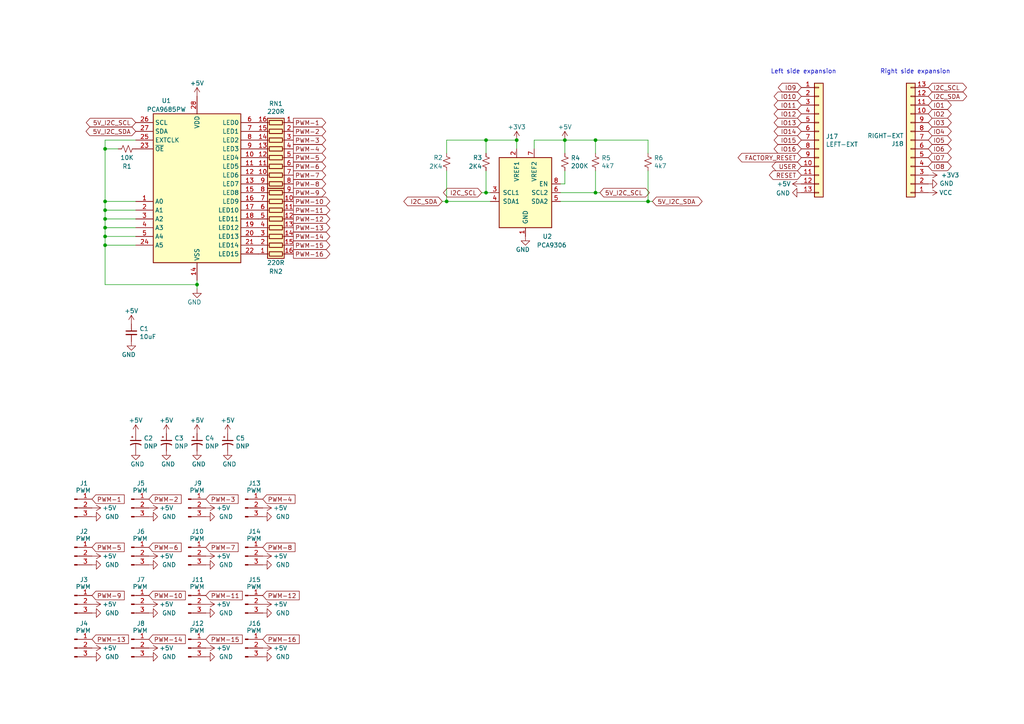
<source format=kicad_sch>
(kicad_sch (version 20211123) (generator eeschema)
  (paper "A4")
  (title_block (title "ESP32OlcbIO Servo Expansion Board") (date "2021-10-17") (rev "1.2"))
  (lib_symbols
    (symbol "Connector:Conn_01x03_Male" (pin_names (offset 1.016) hide)
      (property "Reference" "J" (at 0 5.08 0))
      (property "Value" "Conn_01x03_Male" (at 0 -5.08 0))
      (symbol "Conn_01x03_Male_1_1"
        (polyline (pts (xy 1.27 -2.54) (xy 0.8636 -2.54)) (stroke (width 0.1524)))
        (polyline (pts (xy 1.27 0) (xy 0.8636 0)) (stroke (width 0.1524)))
        (polyline (pts (xy 1.27 2.54) (xy 0.8636 2.54)) (stroke (width 0.1524)))
        (rectangle (start 0.8636 -2.413) (end 0 -2.667) (stroke (width 0.1524)) (fill (type outline)))
        (rectangle (start 0.8636 0.127) (end 0 -0.127) (stroke (width 0.1524)) (fill (type outline)))
        (rectangle (start 0.8636 2.667) (end 0 2.413) (stroke (width 0.1524)) (fill (type outline)))
        (pin passive line (at 5.08 2.54 180) (length 3.81) (name "Pin_1") (number "1"))
        (pin passive line (at 5.08 0 180) (length 3.81) (name "Pin_2") (number "2"))
        (pin passive line (at 5.08 -2.54 180) (length 3.81) (name "Pin_3") (number "3"))
      )
    )
    (symbol "Connector_Generic:Conn_01x13" (pin_names (offset 1.016) hide)
      (property "Reference" "J" (at 0 17.78 0))
      (property "Value" "Conn_01x13" (at 0 -17.78 0))
      (symbol "Conn_01x13_1_1"
        (rectangle (start -1.27 -15.113) (end 0 -15.367) (stroke (width 0.1524)))
        (rectangle (start -1.27 -12.573) (end 0 -12.827) (stroke (width 0.1524)))
        (rectangle (start -1.27 -10.033) (end 0 -10.287) (stroke (width 0.1524)))
        (rectangle (start -1.27 -7.493) (end 0 -7.747) (stroke (width 0.1524)))
        (rectangle (start -1.27 -4.953) (end 0 -5.207) (stroke (width 0.1524)))
        (rectangle (start -1.27 -2.413) (end 0 -2.667) (stroke (width 0.1524)))
        (rectangle (start -1.27 0.127) (end 0 -0.127) (stroke (width 0.1524)))
        (rectangle (start -1.27 2.667) (end 0 2.413) (stroke (width 0.1524)))
        (rectangle (start -1.27 5.207) (end 0 4.953) (stroke (width 0.1524)))
        (rectangle (start -1.27 7.747) (end 0 7.493) (stroke (width 0.1524)))
        (rectangle (start -1.27 10.287) (end 0 10.033) (stroke (width 0.1524)))
        (rectangle (start -1.27 12.827) (end 0 12.573) (stroke (width 0.1524)))
        (rectangle (start -1.27 15.367) (end 0 15.113) (stroke (width 0.1524)))
        (rectangle (start -1.27 16.51) (end 1.27 -16.51) (stroke (width 0.254)) (fill (type background)))
        (pin passive line (at -5.08 15.24 0) (length 3.81) (name "Pin_1") (number "1"))
        (pin passive line (at -5.08 -7.62 0) (length 3.81) (name "Pin_10") (number "10"))
        (pin passive line (at -5.08 -10.16 0) (length 3.81) (name "Pin_11") (number "11"))
        (pin passive line (at -5.08 -12.7 0) (length 3.81) (name "Pin_12") (number "12"))
        (pin passive line (at -5.08 -15.24 0) (length 3.81) (name "Pin_13") (number "13"))
        (pin passive line (at -5.08 12.7 0) (length 3.81) (name "Pin_2") (number "2"))
        (pin passive line (at -5.08 10.16 0) (length 3.81) (name "Pin_3") (number "3"))
        (pin passive line (at -5.08 7.62 0) (length 3.81) (name "Pin_4") (number "4"))
        (pin passive line (at -5.08 5.08 0) (length 3.81) (name "Pin_5") (number "5"))
        (pin passive line (at -5.08 2.54 0) (length 3.81) (name "Pin_6") (number "6"))
        (pin passive line (at -5.08 0 0) (length 3.81) (name "Pin_7") (number "7"))
        (pin passive line (at -5.08 -2.54 0) (length 3.81) (name "Pin_8") (number "8"))
        (pin passive line (at -5.08 -5.08 0) (length 3.81) (name "Pin_9") (number "9"))
      )
    )
    (symbol "Device:C_Polarized_Small_US" (pin_numbers hide) (pin_names (offset 0.254) hide)
      (property "Reference" "C" (at 0.254 1.778 0))
      (property "Value" "C_Polarized_Small_US" (at 0.254 -2.032 0))
      (symbol "C_Polarized_Small_US_0_1"
        (polyline (pts (xy -1.524 0.508) (xy 1.524 0.508)) (stroke (width 0.3048)))
        (polyline (pts (xy -1.27 1.524) (xy -0.762 1.524)))
        (polyline (pts (xy -1.016 1.27) (xy -1.016 1.778)))
        (arc (start 1.524 -0.762) (mid 0 -0.3734) (end -1.524 -0.762) (stroke (width 0.3048)))
      )
      (symbol "C_Polarized_Small_US_1_1"
        (pin passive line (at 0 2.54 270) (length 2.032) (name "~") (number "1"))
        (pin passive line (at 0 -2.54 90) (length 2.032) (name "~") (number "2"))
      )
    )
    (symbol "Device:C_Small" (pin_numbers hide) (pin_names (offset 0.254) hide)
      (property "Reference" "C" (at 0.254 1.778 0))
      (property "Value" "C_Small" (at 0.254 -2.032 0))
      (symbol "C_Small_0_1"
        (polyline (pts (xy -1.524 -0.508) (xy 1.524 -0.508)) (stroke (width 0.3302)))
        (polyline (pts (xy -1.524 0.508) (xy 1.524 0.508)) (stroke (width 0.3048)))
      )
      (symbol "C_Small_1_1"
        (pin passive line (at 0 2.54 270) (length 2.032) (name "~") (number "1"))
        (pin passive line (at 0 -2.54 90) (length 2.032) (name "~") (number "2"))
      )
    )
    (symbol "Device:R_Pack08" (pin_names (offset 0) hide)
      (property "Reference" "RN" (at -12.7 0 90))
      (property "Value" "R_Pack08" (at 10.16 0 90))
      (symbol "R_Pack08_0_1"
        (rectangle (start -11.43 -2.413) (end 8.89 2.413) (stroke (width 0.254)) (fill (type background)))
        (rectangle (start -10.795 1.905) (end -9.525 -1.905) (stroke (width 0.254)))
        (rectangle (start -8.255 1.905) (end -6.985 -1.905) (stroke (width 0.254)))
        (rectangle (start -5.715 1.905) (end -4.445 -1.905) (stroke (width 0.254)))
        (rectangle (start -3.175 1.905) (end -1.905 -1.905) (stroke (width 0.254)))
        (rectangle (start -0.635 1.905) (end 0.635 -1.905) (stroke (width 0.254)))
        (polyline (pts (xy -10.16 -2.54) (xy -10.16 -1.905)))
        (polyline (pts (xy -10.16 1.905) (xy -10.16 2.54)))
        (polyline (pts (xy -7.62 -2.54) (xy -7.62 -1.905)))
        (polyline (pts (xy -7.62 1.905) (xy -7.62 2.54)))
        (polyline (pts (xy -5.08 -2.54) (xy -5.08 -1.905)))
        (polyline (pts (xy -5.08 1.905) (xy -5.08 2.54)))
        (polyline (pts (xy -2.54 -2.54) (xy -2.54 -1.905)))
        (polyline (pts (xy -2.54 1.905) (xy -2.54 2.54)))
        (polyline (pts (xy 0 -2.54) (xy 0 -1.905)))
        (polyline (pts (xy 0 1.905) (xy 0 2.54)))
        (polyline (pts (xy 2.54 -2.54) (xy 2.54 -1.905)))
        (polyline (pts (xy 2.54 1.905) (xy 2.54 2.54)))
        (polyline (pts (xy 5.08 -2.54) (xy 5.08 -1.905)))
        (polyline (pts (xy 5.08 1.905) (xy 5.08 2.54)))
        (polyline (pts (xy 7.62 -2.54) (xy 7.62 -1.905)))
        (polyline (pts (xy 7.62 1.905) (xy 7.62 2.54)))
        (rectangle (start 1.905 1.905) (end 3.175 -1.905) (stroke (width 0.254)))
        (rectangle (start 4.445 1.905) (end 5.715 -1.905) (stroke (width 0.254)))
        (rectangle (start 6.985 1.905) (end 8.255 -1.905) (stroke (width 0.254)))
      )
      (symbol "R_Pack08_1_1"
        (pin passive line (at -10.16 -5.08 90) (length 2.54) (name "R1.1") (number "1"))
        (pin passive line (at 5.08 5.08 270) (length 2.54) (name "R7.2") (number "10"))
        (pin passive line (at 2.54 5.08 270) (length 2.54) (name "R6.2") (number "11"))
        (pin passive line (at 0 5.08 270) (length 2.54) (name "R5.2") (number "12"))
        (pin passive line (at -2.54 5.08 270) (length 2.54) (name "R4.2") (number "13"))
        (pin passive line (at -5.08 5.08 270) (length 2.54) (name "R3.2") (number "14"))
        (pin passive line (at -7.62 5.08 270) (length 2.54) (name "R2.2") (number "15"))
        (pin passive line (at -10.16 5.08 270) (length 2.54) (name "R1.2") (number "16"))
        (pin passive line (at -7.62 -5.08 90) (length 2.54) (name "R2.1") (number "2"))
        (pin passive line (at -5.08 -5.08 90) (length 2.54) (name "R3.1") (number "3"))
        (pin passive line (at -2.54 -5.08 90) (length 2.54) (name "R4.1") (number "4"))
        (pin passive line (at 0 -5.08 90) (length 2.54) (name "R5.1") (number "5"))
        (pin passive line (at 2.54 -5.08 90) (length 2.54) (name "R6.1") (number "6"))
        (pin passive line (at 5.08 -5.08 90) (length 2.54) (name "R7.1") (number "7"))
        (pin passive line (at 7.62 -5.08 90) (length 2.54) (name "R8.1") (number "8"))
        (pin passive line (at 7.62 5.08 270) (length 2.54) (name "R8.2") (number "9"))
      )
    )
    (symbol "Device:R_Small_US" (pin_numbers hide) (pin_names (offset 0.254) hide)
      (property "Reference" "R" (at 0.762 0.508 0))
      (property "Value" "R_Small_US" (at 0.762 -1.016 0))
      (symbol "R_Small_US_1_1"
        (polyline (pts (xy 0 0) (xy 1.016 -0.381) (xy 0 -0.762) (xy -1.016 -1.143) (xy 0 -1.524)))
        (polyline (pts (xy 0 1.524) (xy 1.016 1.143) (xy 0 0.762) (xy -1.016 0.381) (xy 0 0)))
        (pin passive line (at 0 2.54 270) (length 1.016) (name "~") (number "1"))
        (pin passive line (at 0 -2.54 90) (length 1.016) (name "~") (number "2"))
      )
    )
    (symbol "Driver_LED:PCA9685PW"
      (property "Reference" "U" (at -12.7 22.225 0))
      (property "Value" "PCA9685PW" (at 1.27 22.225 0))
      (symbol "PCA9685PW_0_1"
        (rectangle (start -12.7 20.32) (end 12.7 -22.86) (stroke (width 0.254)) (fill (type background)))
      )
      (symbol "PCA9685PW_1_1"
        (pin input line (at -17.78 -5.08 0) (length 5.08) (name "A0") (number "1"))
        (pin output line (at 17.78 7.62 180) (length 5.08) (name "LED4") (number "10"))
        (pin output line (at 17.78 5.08 180) (length 5.08) (name "LED5") (number "11"))
        (pin output line (at 17.78 2.54 180) (length 5.08) (name "LED6") (number "12"))
        (pin output line (at 17.78 0 180) (length 5.08) (name "LED7") (number "13"))
        (pin power_in line (at 0 -27.94 90) (length 5.08) (name "VSS") (number "14"))
        (pin output line (at 17.78 -2.54 180) (length 5.08) (name "LED8") (number "15"))
        (pin output line (at 17.78 -5.08 180) (length 5.08) (name "LED9") (number "16"))
        (pin output line (at 17.78 -7.62 180) (length 5.08) (name "LED10") (number "17"))
        (pin output line (at 17.78 -10.16 180) (length 5.08) (name "LED11") (number "18"))
        (pin output line (at 17.78 -12.7 180) (length 5.08) (name "LED12") (number "19"))
        (pin input line (at -17.78 -7.62 0) (length 5.08) (name "A1") (number "2"))
        (pin output line (at 17.78 -15.24 180) (length 5.08) (name "LED13") (number "20"))
        (pin output line (at 17.78 -17.78 180) (length 5.08) (name "LED14") (number "21"))
        (pin output line (at 17.78 -20.32 180) (length 5.08) (name "LED15") (number "22"))
        (pin input line (at -17.78 10.16 0) (length 5.08) (name "~{OE}") (number "23"))
        (pin input line (at -17.78 -17.78 0) (length 5.08) (name "A5") (number "24"))
        (pin input line (at -17.78 12.7 0) (length 5.08) (name "EXTCLK") (number "25"))
        (pin input line (at -17.78 17.78 0) (length 5.08) (name "SCL") (number "26"))
        (pin bidirectional line (at -17.78 15.24 0) (length 5.08) (name "SDA") (number "27"))
        (pin power_in line (at 0 25.4 270) (length 5.08) (name "VDD") (number "28"))
        (pin input line (at -17.78 -10.16 0) (length 5.08) (name "A2") (number "3"))
        (pin input line (at -17.78 -12.7 0) (length 5.08) (name "A3") (number "4"))
        (pin input line (at -17.78 -15.24 0) (length 5.08) (name "A4") (number "5"))
        (pin output line (at 17.78 17.78 180) (length 5.08) (name "LED0") (number "6"))
        (pin output line (at 17.78 15.24 180) (length 5.08) (name "LED1") (number "7"))
        (pin output line (at 17.78 12.7 180) (length 5.08) (name "LED2") (number "8"))
        (pin output line (at 17.78 10.16 180) (length 5.08) (name "LED3") (number "9"))
      )
    )
    (symbol "Interface:PCA9306" (pin_names (offset 1.016))
      (property "Reference" "U" (at -7.62 11.43 0))
      (property "Value" "PCA9306" (at 5.08 11.43 0))
      (symbol "PCA9306_0_1"
        (rectangle (start -7.62 10.16) (end 7.62 -10.16) (stroke (width 0.254)) (fill (type background)))
      )
      (symbol "PCA9306_1_1"
        (pin power_in line (at 0 -12.7 90) (length 2.54) (name "GND") (number "1"))
        (pin power_in line (at -2.54 12.7 270) (length 2.54) (name "VREF1") (number "2"))
        (pin bidirectional line (at -10.16 0 0) (length 2.54) (name "SCL1") (number "3"))
        (pin bidirectional line (at -10.16 -2.54 0) (length 2.54) (name "SDA1") (number "4"))
        (pin bidirectional line (at 10.16 -2.54 180) (length 2.54) (name "SDA2") (number "5"))
        (pin bidirectional line (at 10.16 0 180) (length 2.54) (name "SCL2") (number "6"))
        (pin power_in line (at 2.54 12.7 270) (length 2.54) (name "VREF2") (number "7"))
        (pin input line (at 10.16 2.54 180) (length 2.54) (name "EN") (number "8"))
      )
    )
    (symbol "power:+3V3" (power) (pin_names (offset 0))
      (property "Value" "+3V3" (at 0 3.556 0))
      (symbol "+3V3_0_1"
        (polyline (pts (xy -0.762 1.27) (xy 0 2.54)))
        (polyline (pts (xy 0 0) (xy 0 2.54)))
        (polyline (pts (xy 0 2.54) (xy 0.762 1.27)))
      )
      (symbol "+3V3_1_1"
        (pin power_in line (at 0 0 90) (length 0) hide (name "+3V3") (number "1"))
      )
    )
    (symbol "power:+5V" (power) (pin_names (offset 0))
      (property "Value" "+5V" (at 0 3.556 0))
      (symbol "+5V_0_1"
        (polyline (pts (xy -0.762 1.27) (xy 0 2.54)))
        (polyline (pts (xy 0 0) (xy 0 2.54)))
        (polyline (pts (xy 0 2.54) (xy 0.762 1.27)))
      )
      (symbol "+5V_1_1"
        (pin power_in line (at 0 0 90) (length 0) hide (name "+5V") (number "1"))
      )
    )
    (symbol "power:GND" (power) (pin_names (offset 0))
      (property "Value" "GND" (at 0 -3.81 0))
      (symbol "GND_0_1"
        (polyline (pts (xy 0 0) (xy 0 -1.27) (xy 1.27 -1.27) (xy 0 -2.54) (xy -1.27 -1.27) (xy 0 -1.27)))
      )
      (symbol "GND_1_1"
        (pin power_in line (at 0 0 270) (length 0) hide (name "GND") (number "1"))
      )
    )
    (symbol "power:VCC" (power) (pin_names (offset 0))
      (property "Value" "VCC" (at 0 3.81 0))
      (symbol "VCC_0_1"
        (polyline (pts (xy -0.762 1.27) (xy 0 2.54)))
        (polyline (pts (xy 0 0) (xy 0 2.54)))
        (polyline (pts (xy 0 2.54) (xy 0.762 1.27)))
      )
      (symbol "VCC_1_1"
        (pin power_in line (at 0 0 90) (length 0) hide (name "VCC") (number "1"))
      )
    )
  )
  (junction (at 30.48 63.5))
  (junction (at 172.72 55.88))
  (junction (at 129.54 58.42))
  (junction (at 30.48 71.12))
  (junction (at 30.48 66.04))
  (junction (at 172.72 40.64))
  (junction (at 30.48 58.42))
  (junction (at 140.97 40.64))
  (junction (at 30.48 68.58))
  (junction (at 163.83 40.64))
  (junction (at 30.48 60.96))
  (junction (at 30.48 43.18))
  (junction (at 149.86 40.64))
  (junction (at 187.96 58.42))
  (junction (at 140.97 55.88))
  (junction (at 57.15 82.55))
  (wire (pts (xy 39.37 63.5) (xy 30.48 63.5)))
  (wire (pts (xy 39.37 60.96) (xy 30.48 60.96)))
  (wire (pts (xy 163.83 40.64) (xy 163.83 44.45)))
  (wire (pts (xy 30.48 43.18) (xy 30.48 58.42)))
  (wire (pts (xy 30.48 40.64) (xy 30.48 43.18)))
  (wire (pts (xy 30.48 63.5) (xy 30.48 66.04)))
  (wire (pts (xy 57.15 82.55) (xy 30.48 82.55)))
  (wire (pts (xy 139.7 55.88) (xy 140.97 55.88)))
  (wire (pts (xy 172.72 40.64) (xy 172.72 44.45)))
  (wire (pts (xy 30.48 58.42) (xy 30.48 60.96)))
  (wire (pts (xy 163.83 40.64) (xy 154.94 40.64)))
  (wire (pts (xy 34.29 43.18) (xy 30.48 43.18)))
  (wire (pts (xy 39.37 71.12) (xy 30.48 71.12)))
  (wire (pts (xy 129.54 44.45) (xy 129.54 40.64)))
  (wire (pts (xy 30.48 66.04) (xy 30.48 68.58)))
  (wire (pts (xy 128.27 58.42) (xy 129.54 58.42)))
  (wire (pts (xy 129.54 49.53) (xy 129.54 58.42)))
  (wire (pts (xy 172.72 49.53) (xy 172.72 55.88)))
  (wire (pts (xy 187.96 40.64) (xy 187.96 44.45)))
  (wire (pts (xy 57.15 82.55) (xy 57.15 83.82)))
  (wire (pts (xy 39.37 58.42) (xy 30.48 58.42)))
  (wire (pts (xy 187.96 40.64) (xy 172.72 40.64)))
  (wire (pts (xy 162.56 58.42) (xy 187.96 58.42)))
  (wire (pts (xy 30.48 68.58) (xy 30.48 71.12)))
  (wire (pts (xy 129.54 40.64) (xy 140.97 40.64)))
  (wire (pts (xy 57.15 81.28) (xy 57.15 82.55)))
  (wire (pts (xy 149.86 40.64) (xy 140.97 40.64)))
  (wire (pts (xy 154.94 40.64) (xy 154.94 43.18)))
  (wire (pts (xy 129.54 58.42) (xy 142.24 58.42)))
  (wire (pts (xy 30.48 71.12) (xy 30.48 82.55)))
  (wire (pts (xy 39.37 66.04) (xy 30.48 66.04)))
  (wire (pts (xy 140.97 40.64) (xy 140.97 44.45)))
  (wire (pts (xy 140.97 49.53) (xy 140.97 55.88)))
  (wire (pts (xy 30.48 60.96) (xy 30.48 63.5)))
  (wire (pts (xy 142.24 55.88) (xy 140.97 55.88)))
  (wire (pts (xy 187.96 58.42) (xy 189.23 58.42)))
  (wire (pts (xy 163.83 40.64) (xy 172.72 40.64)))
  (wire (pts (xy 149.86 40.64) (xy 149.86 43.18)))
  (wire (pts (xy 173.99 55.88) (xy 172.72 55.88)))
  (wire (pts (xy 39.37 68.58) (xy 30.48 68.58)))
  (wire (pts (xy 39.37 40.64) (xy 30.48 40.64)))
  (wire (pts (xy 162.56 53.34) (xy 163.83 53.34)))
  (wire (pts (xy 172.72 55.88) (xy 162.56 55.88)))
  (wire (pts (xy 163.83 53.34) (xy 163.83 49.53)))
  (wire (pts (xy 187.96 49.53) (xy 187.96 58.42)))
  (text "Left side expansion" (at 223.52 21.59 0) (effects (font (size 1.27 1.27)) (justify left bottom)))
  (text "Right side expansion" (at 255.27 21.59 0) (effects (font (size 1.27 1.27)) (justify left bottom)))
  (global_label "I2C_SCL" (shape bidirectional) (at 269.24 25.4 0) (property "Intersheet References" "${INTERSHEET_REFS}" (effects hide)))
  (global_label "PWM-8" (shape output) (at 85.09 53.34 0) (property "Intersheet References" "${INTERSHEET_REFS}" (effects hide)))
  (global_label "PWM-7" (shape input) (at 59.69 158.75 0) (property "Intersheet References" "${INTERSHEET_REFS}" (effects hide)))
  (global_label "PWM-13" (shape output) (at 85.09 66.04 0) (property "Intersheet References" "${INTERSHEET_REFS}" (effects hide)))
  (global_label "IO14" (shape bidirectional) (at 232.41 38.1 180) (property "Intersheet References" "${INTERSHEET_REFS}" (effects hide)))
  (global_label "PWM-10" (shape input) (at 43.18 172.72 0) (property "Intersheet References" "${INTERSHEET_REFS}" (effects hide)))
  (global_label "PWM-16" (shape input) (at 76.2 185.42 0) (property "Intersheet References" "${INTERSHEET_REFS}" (effects hide)))
  (global_label "PWM-9" (shape input) (at 26.67 172.72 0) (property "Intersheet References" "${INTERSHEET_REFS}" (effects hide)))
  (global_label "IO6" (shape bidirectional) (at 269.24 43.18 0) (property "Intersheet References" "${INTERSHEET_REFS}" (effects hide)))
  (global_label "5V_I2C_SDA" (shape bidirectional) (at 39.37 38.1 180) (property "Intersheet References" "${INTERSHEET_REFS}" (effects hide)))
  (global_label "PWM-15" (shape input) (at 59.69 185.42 0) (property "Intersheet References" "${INTERSHEET_REFS}" (effects hide)))
  (global_label "PWM-4" (shape input) (at 76.2 144.78 0) (property "Intersheet References" "${INTERSHEET_REFS}" (effects hide)))
  (global_label "PWM-11" (shape output) (at 85.09 60.96 0) (property "Intersheet References" "${INTERSHEET_REFS}" (effects hide)))
  (global_label "IO1" (shape bidirectional) (at 269.24 30.48 0) (property "Intersheet References" "${INTERSHEET_REFS}" (effects hide)))
  (global_label "PWM-9" (shape output) (at 85.09 55.88 0) (property "Intersheet References" "${INTERSHEET_REFS}" (effects hide)))
  (global_label "PWM-5" (shape output) (at 85.09 45.72 0) (property "Intersheet References" "${INTERSHEET_REFS}" (effects hide)))
  (global_label "PWM-6" (shape output) (at 85.09 48.26 0) (property "Intersheet References" "${INTERSHEET_REFS}" (effects hide)))
  (global_label "I2C_SDA" (shape bidirectional) (at 128.27 58.42 180) (property "Intersheet References" "${INTERSHEET_REFS}" (effects hide)))
  (global_label "IO12" (shape bidirectional) (at 232.41 33.02 180) (property "Intersheet References" "${INTERSHEET_REFS}" (effects hide)))
  (global_label "IO5" (shape bidirectional) (at 269.24 40.64 0) (property "Intersheet References" "${INTERSHEET_REFS}" (effects hide)))
  (global_label "IO11" (shape bidirectional) (at 232.41 30.48 180) (property "Intersheet References" "${INTERSHEET_REFS}" (effects hide)))
  (global_label "PWM-5" (shape input) (at 26.67 158.75 0) (property "Intersheet References" "${INTERSHEET_REFS}" (effects hide)))
  (global_label "IO13" (shape bidirectional) (at 232.41 35.56 180) (property "Intersheet References" "${INTERSHEET_REFS}" (effects hide)))
  (global_label "PWM-3" (shape input) (at 59.69 144.78 0) (property "Intersheet References" "${INTERSHEET_REFS}" (effects hide)))
  (global_label "I2C_SDA" (shape bidirectional) (at 269.24 27.94 0) (property "Intersheet References" "${INTERSHEET_REFS}" (effects hide)))
  (global_label "IO2" (shape bidirectional) (at 269.24 33.02 0) (property "Intersheet References" "${INTERSHEET_REFS}" (effects hide)))
  (global_label "PWM-15" (shape output) (at 85.09 71.12 0) (property "Intersheet References" "${INTERSHEET_REFS}" (effects hide)))
  (global_label "PWM-12" (shape output) (at 85.09 63.5 0) (property "Intersheet References" "${INTERSHEET_REFS}" (effects hide)))
  (global_label "IO4" (shape bidirectional) (at 269.24 38.1 0) (property "Intersheet References" "${INTERSHEET_REFS}" (effects hide)))
  (global_label "USER" (shape bidirectional) (at 232.41 48.26 180) (property "Intersheet References" "${INTERSHEET_REFS}" (effects hide)))
  (global_label "IO3" (shape bidirectional) (at 269.24 35.56 0) (property "Intersheet References" "${INTERSHEET_REFS}" (effects hide)))
  (global_label "PWM-2" (shape input) (at 43.18 144.78 0) (property "Intersheet References" "${INTERSHEET_REFS}" (effects hide)))
  (global_label "5V_I2C_SCL" (shape bidirectional) (at 39.37 35.56 180) (property "Intersheet References" "${INTERSHEET_REFS}" (effects hide)))
  (global_label "RESET" (shape bidirectional) (at 232.41 50.8 180) (property "Intersheet References" "${INTERSHEET_REFS}" (effects hide)))
  (global_label "PWM-11" (shape input) (at 59.69 172.72 0) (property "Intersheet References" "${INTERSHEET_REFS}" (effects hide)))
  (global_label "IO8" (shape bidirectional) (at 269.24 48.26 0) (property "Intersheet References" "${INTERSHEET_REFS}" (effects hide)))
  (global_label "PWM-14" (shape output) (at 85.09 68.58 0) (property "Intersheet References" "${INTERSHEET_REFS}" (effects hide)))
  (global_label "IO16" (shape bidirectional) (at 232.41 43.18 180) (property "Intersheet References" "${INTERSHEET_REFS}" (effects hide)))
  (global_label "IO15" (shape bidirectional) (at 232.41 40.64 180) (property "Intersheet References" "${INTERSHEET_REFS}" (effects hide)))
  (global_label "FACTORY_RESET" (shape bidirectional) (at 232.41 45.72 180) (property "Intersheet References" "${INTERSHEET_REFS}" (effects hide)))
  (global_label "PWM-8" (shape input) (at 76.2 158.75 0) (property "Intersheet References" "${INTERSHEET_REFS}" (effects hide)))
  (global_label "PWM-4" (shape output) (at 85.09 43.18 0) (property "Intersheet References" "${INTERSHEET_REFS}" (effects hide)))
  (global_label "IO10" (shape bidirectional) (at 232.41 27.94 180) (property "Intersheet References" "${INTERSHEET_REFS}" (effects hide)))
  (global_label "IO7" (shape bidirectional) (at 269.24 45.72 0) (property "Intersheet References" "${INTERSHEET_REFS}" (effects hide)))
  (global_label "PWM-13" (shape input) (at 26.67 185.42 0) (property "Intersheet References" "${INTERSHEET_REFS}" (effects hide)))
  (global_label "PWM-14" (shape input) (at 43.18 185.42 0) (property "Intersheet References" "${INTERSHEET_REFS}" (effects hide)))
  (global_label "PWM-1" (shape output) (at 85.09 35.56 0) (property "Intersheet References" "${INTERSHEET_REFS}" (effects hide)))
  (global_label "PWM-10" (shape output) (at 85.09 58.42 0) (property "Intersheet References" "${INTERSHEET_REFS}" (effects hide)))
  (global_label "PWM-12" (shape input) (at 76.2 172.72 0) (property "Intersheet References" "${INTERSHEET_REFS}" (effects hide)))
  (global_label "PWM-2" (shape output) (at 85.09 38.1 0) (property "Intersheet References" "${INTERSHEET_REFS}" (effects hide)))
  (global_label "I2C_SCL" (shape bidirectional) (at 139.7 55.88 180) (property "Intersheet References" "${INTERSHEET_REFS}" (effects hide)))
  (global_label "5V_I2C_SDA" (shape bidirectional) (at 189.23 58.42 0) (property "Intersheet References" "${INTERSHEET_REFS}" (effects hide)))
  (global_label "PWM-16" (shape output) (at 85.09 73.66 0) (property "Intersheet References" "${INTERSHEET_REFS}" (effects hide)))
  (global_label "IO9" (shape bidirectional) (at 232.41 25.4 180) (property "Intersheet References" "${INTERSHEET_REFS}" (effects hide)))
  (global_label "PWM-1" (shape input) (at 26.67 144.78 0) (property "Intersheet References" "${INTERSHEET_REFS}" (effects hide)))
  (global_label "PWM-3" (shape output) (at 85.09 40.64 0) (property "Intersheet References" "${INTERSHEET_REFS}" (effects hide)))
  (global_label "PWM-7" (shape output) (at 85.09 50.8 0) (property "Intersheet References" "${INTERSHEET_REFS}" (effects hide)))
  (global_label "PWM-6" (shape input) (at 43.18 158.75 0) (property "Intersheet References" "${INTERSHEET_REFS}" (effects hide)))
  (global_label "5V_I2C_SCL" (shape bidirectional) (at 173.99 55.88 0) (property "Intersheet References" "${INTERSHEET_REFS}" (effects hide)))
  (symbol (lib_id "Connector_Generic:Conn_01x13") (at 264.16 40.64 180) (unit 1)
    (property "Reference" "J18" (at 262.128 41.7068 0) (effects (justify left)))
    (property "Value" "RIGHT-EXT" (at 262.128 39.3954 0) (effects (justify left)))
    (property "Footprint" "Connector_PinHeader_2.54mm:PinHeader_1x13_P2.54mm_Vertical" (effects hide))
  )
  (symbol (lib_id "Connector_Generic:Conn_01x13") (at 237.49 40.64 0) (unit 1)
    (property "Reference" "J17" (at 239.522 39.5732 0) (effects (justify left)))
    (property "Value" "LEFT-EXT" (at 239.522 41.8846 0) (effects (justify left)))
    (property "Footprint" "Connector_PinHeader_2.54mm:PinHeader_1x13_P2.54mm_Vertical" (effects hide))
  )
  (symbol (lib_id "power:GND") (at 269.24 53.34 90) (unit 1)
    (property "Reference" "#PWR051" (effects hide))
    (property "Value" "GND" (at 272.4912 53.213 90) (effects (justify right)))
  )
  (symbol (lib_id "power:+3V3") (at 269.24 50.8 270) (unit 1)
    (property "Reference" "#PWR052" (effects hide))
    (property "Value" "+3V3" (at 275.59 50.8 90))
  )
  (symbol (lib_id "power:GND") (at 232.41 55.88 270) (unit 1)
    (property "Reference" "#PWR049" (effects hide))
    (property "Value" "GND" (at 229.1588 56.007 90) (effects (justify right)))
  )
  (symbol (lib_id "power:VCC") (at 269.24 55.88 270) (unit 1)
    (property "Reference" "#PWR050" (effects hide))
    (property "Value" "VCC" (at 274.32 55.88 90))
  )
  (symbol (lib_id "power:+5V") (at 232.41 53.34 90) (unit 1)
    (property "Reference" "#PWR048" (effects hide))
    (property "Value" "+5V" (at 227.33 53.34 90))
  )
  (symbol (lib_id "Driver_LED:PCA9685PW") (at 57.15 53.34 0) (unit 1)
    (property "Reference" "U1" (at 48.26 29.21 0))
    (property "Value" "PCA9685PW" (at 48.26 31.75 0))
    (property "Footprint" "Package_SO:TSSOP-28_4.4x9.7mm_P0.65mm" (effects hide))
    (property "Datasheet" "http://www.nxp.com/documents/data_sheet/PCA9685.pdf" (effects hide))
    (property "Mouser" "771-PCA9685PW,118" (effects hide))
  )
  (symbol (lib_id "Connector:Conn_01x03_Male") (at 38.1 147.32 0) (unit 1)
    (property "Reference" "J5" (at 40.8432 140.1826 0))
    (property "Value" "PWM" (at 40.64 142.24 0))
    (property "Footprint" "Connector_PinHeader_2.54mm:PinHeader_1x03_P2.54mm_Vertical" (effects hide))
  )
  (symbol (lib_id "power:GND") (at 43.18 149.86 90) (unit 1)
    (property "Reference" "#PWR014" (effects hide))
    (property "Value" "GND" (at 46.99 149.86 90) (effects (justify right)))
  )
  (symbol (lib_id "power:+5V") (at 43.18 147.32 270) (unit 1)
    (property "Reference" "#PWR013" (effects hide))
    (property "Value" "+5V" (at 48.26 147.32 90))
  )
  (symbol (lib_id "Connector:Conn_01x03_Male") (at 38.1 175.26 0) (unit 1)
    (property "Reference" "J7" (at 40.8432 168.1226 0))
    (property "Value" "PWM" (at 40.64 170.18 0))
    (property "Footprint" "Connector_PinHeader_2.54mm:PinHeader_1x03_P2.54mm_Vertical" (effects hide))
  )
  (symbol (lib_id "power:GND") (at 43.18 177.8 90) (unit 1)
    (property "Reference" "#PWR018" (effects hide))
    (property "Value" "GND" (at 46.99 177.8 90) (effects (justify right)))
  )
  (symbol (lib_id "power:+5V") (at 43.18 175.26 270) (unit 1)
    (property "Reference" "#PWR017" (effects hide))
    (property "Value" "+5V" (at 48.26 175.26 90))
  )
  (symbol (lib_id "Connector:Conn_01x03_Male") (at 21.59 147.32 0) (unit 1)
    (property "Reference" "J1" (at 24.3332 140.1826 0))
    (property "Value" "PWM" (at 24.13 142.24 0))
    (property "Footprint" "Connector_PinHeader_2.54mm:PinHeader_1x03_P2.54mm_Vertical" (effects hide))
  )
  (symbol (lib_id "power:GND") (at 26.67 149.86 90) (unit 1)
    (property "Reference" "#PWR02" (effects hide))
    (property "Value" "GND" (at 30.48 149.86 90) (effects (justify right)))
  )
  (symbol (lib_id "power:+5V") (at 26.67 147.32 270) (unit 1)
    (property "Reference" "#PWR01" (effects hide))
    (property "Value" "+5V" (at 31.75 147.32 90))
  )
  (symbol (lib_id "Connector:Conn_01x03_Male") (at 21.59 175.26 0) (unit 1)
    (property "Reference" "J3" (at 24.3332 168.1226 0))
    (property "Value" "PWM" (at 24.13 170.18 0))
    (property "Footprint" "Connector_PinHeader_2.54mm:PinHeader_1x03_P2.54mm_Vertical" (effects hide))
  )
  (symbol (lib_id "power:GND") (at 26.67 177.8 90) (unit 1)
    (property "Reference" "#PWR06" (effects hide))
    (property "Value" "GND" (at 30.48 177.8 90) (effects (justify right)))
  )
  (symbol (lib_id "power:+5V") (at 26.67 175.26 270) (unit 1)
    (property "Reference" "#PWR05" (effects hide))
    (property "Value" "+5V" (at 31.75 175.26 90))
  )
  (symbol (lib_id "Connector:Conn_01x03_Male") (at 71.12 147.32 0) (unit 1)
    (property "Reference" "J13" (at 73.8632 140.1826 0))
    (property "Value" "PWM" (at 73.66 142.24 0))
    (property "Footprint" "Connector_PinHeader_2.54mm:PinHeader_1x03_P2.54mm_Vertical" (effects hide))
  )
  (symbol (lib_id "power:GND") (at 76.2 149.86 90) (unit 1)
    (property "Reference" "#PWR038" (effects hide))
    (property "Value" "GND" (at 80.01 149.86 90) (effects (justify right)))
  )
  (symbol (lib_id "power:+5V") (at 76.2 147.32 270) (unit 1)
    (property "Reference" "#PWR037" (effects hide))
    (property "Value" "+5V" (at 81.28 147.32 90))
  )
  (symbol (lib_id "Connector:Conn_01x03_Male") (at 71.12 175.26 0) (unit 1)
    (property "Reference" "J15" (at 73.8632 168.1226 0))
    (property "Value" "PWM" (at 73.66 170.18 0))
    (property "Footprint" "Connector_PinHeader_2.54mm:PinHeader_1x03_P2.54mm_Vertical" (effects hide))
  )
  (symbol (lib_id "power:GND") (at 76.2 177.8 90) (unit 1)
    (property "Reference" "#PWR042" (effects hide))
    (property "Value" "GND" (at 80.01 177.8 90) (effects (justify right)))
  )
  (symbol (lib_id "power:+5V") (at 76.2 175.26 270) (unit 1)
    (property "Reference" "#PWR041" (effects hide))
    (property "Value" "+5V" (at 81.28 175.26 90))
  )
  (symbol (lib_id "Connector:Conn_01x03_Male") (at 54.61 147.32 0) (unit 1)
    (property "Reference" "J9" (at 57.3532 140.1826 0))
    (property "Value" "PWM" (at 57.15 142.24 0))
    (property "Footprint" "Connector_PinHeader_2.54mm:PinHeader_1x03_P2.54mm_Vertical" (effects hide))
  )
  (symbol (lib_id "power:GND") (at 59.69 149.86 90) (unit 1)
    (property "Reference" "#PWR028" (effects hide))
    (property "Value" "GND" (at 63.5 149.86 90) (effects (justify right)))
  )
  (symbol (lib_id "power:+5V") (at 59.69 147.32 270) (unit 1)
    (property "Reference" "#PWR027" (effects hide))
    (property "Value" "+5V" (at 64.77 147.32 90))
  )
  (symbol (lib_id "Connector:Conn_01x03_Male") (at 54.61 175.26 0) (unit 1)
    (property "Reference" "J11" (at 57.3532 168.1226 0))
    (property "Value" "PWM" (at 57.15 170.18 0))
    (property "Footprint" "Connector_PinHeader_2.54mm:PinHeader_1x03_P2.54mm_Vertical" (effects hide))
  )
  (symbol (lib_id "power:GND") (at 59.69 177.8 90) (unit 1)
    (property "Reference" "#PWR032" (effects hide))
    (property "Value" "GND" (at 63.5 177.8 90) (effects (justify right)))
  )
  (symbol (lib_id "power:+5V") (at 59.69 175.26 270) (unit 1)
    (property "Reference" "#PWR031" (effects hide))
    (property "Value" "+5V" (at 64.77 175.26 90))
  )
  (symbol (lib_id "Connector:Conn_01x03_Male") (at 38.1 161.29 0) (unit 1)
    (property "Reference" "J6" (at 40.8432 154.1526 0))
    (property "Value" "PWM" (at 40.64 156.21 0))
    (property "Footprint" "Connector_PinHeader_2.54mm:PinHeader_1x03_P2.54mm_Vertical" (effects hide))
  )
  (symbol (lib_id "power:GND") (at 43.18 163.83 90) (unit 1)
    (property "Reference" "#PWR016" (effects hide))
    (property "Value" "GND" (at 46.99 163.83 90) (effects (justify right)))
  )
  (symbol (lib_id "power:+5V") (at 43.18 161.29 270) (unit 1)
    (property "Reference" "#PWR015" (effects hide))
    (property "Value" "+5V" (at 48.26 161.29 90))
  )
  (symbol (lib_id "Connector:Conn_01x03_Male") (at 38.1 187.96 0) (unit 1)
    (property "Reference" "J8" (at 40.8432 180.8226 0))
    (property "Value" "PWM" (at 40.64 182.88 0))
    (property "Footprint" "Connector_PinHeader_2.54mm:PinHeader_1x03_P2.54mm_Vertical" (effects hide))
  )
  (symbol (lib_id "power:GND") (at 43.18 190.5 90) (unit 1)
    (property "Reference" "#PWR020" (effects hide))
    (property "Value" "GND" (at 46.99 190.5 90) (effects (justify right)))
  )
  (symbol (lib_id "power:+5V") (at 43.18 187.96 270) (unit 1)
    (property "Reference" "#PWR019" (effects hide))
    (property "Value" "+5V" (at 48.26 187.96 90))
  )
  (symbol (lib_id "Connector:Conn_01x03_Male") (at 21.59 161.29 0) (unit 1)
    (property "Reference" "J2" (at 24.3332 154.1526 0))
    (property "Value" "PWM" (at 24.13 156.21 0))
    (property "Footprint" "Connector_PinHeader_2.54mm:PinHeader_1x03_P2.54mm_Vertical" (effects hide))
  )
  (symbol (lib_id "power:GND") (at 26.67 163.83 90) (unit 1)
    (property "Reference" "#PWR04" (effects hide))
    (property "Value" "GND" (at 30.48 163.83 90) (effects (justify right)))
  )
  (symbol (lib_id "power:+5V") (at 26.67 161.29 270) (unit 1)
    (property "Reference" "#PWR03" (effects hide))
    (property "Value" "+5V" (at 31.75 161.29 90))
  )
  (symbol (lib_id "Connector:Conn_01x03_Male") (at 21.59 187.96 0) (unit 1)
    (property "Reference" "J4" (at 24.3332 180.8226 0))
    (property "Value" "PWM" (at 24.13 182.88 0))
    (property "Footprint" "Connector_PinHeader_2.54mm:PinHeader_1x03_P2.54mm_Vertical" (effects hide))
  )
  (symbol (lib_id "power:GND") (at 26.67 190.5 90) (unit 1)
    (property "Reference" "#PWR08" (effects hide))
    (property "Value" "GND" (at 30.48 190.5 90) (effects (justify right)))
  )
  (symbol (lib_id "power:+5V") (at 26.67 187.96 270) (unit 1)
    (property "Reference" "#PWR07" (effects hide))
    (property "Value" "+5V" (at 31.75 187.96 90))
  )
  (symbol (lib_id "Connector:Conn_01x03_Male") (at 71.12 161.29 0) (unit 1)
    (property "Reference" "J14" (at 73.8632 154.1526 0))
    (property "Value" "PWM" (at 73.66 156.21 0))
    (property "Footprint" "Connector_PinHeader_2.54mm:PinHeader_1x03_P2.54mm_Vertical" (effects hide))
  )
  (symbol (lib_id "power:GND") (at 76.2 163.83 90) (unit 1)
    (property "Reference" "#PWR040" (effects hide))
    (property "Value" "GND" (at 80.01 163.83 90) (effects (justify right)))
  )
  (symbol (lib_id "power:+5V") (at 76.2 161.29 270) (unit 1)
    (property "Reference" "#PWR039" (effects hide))
    (property "Value" "+5V" (at 81.28 161.29 90))
  )
  (symbol (lib_id "Connector:Conn_01x03_Male") (at 71.12 187.96 0) (unit 1)
    (property "Reference" "J16" (at 73.8632 180.8226 0))
    (property "Value" "PWM" (at 73.66 182.88 0))
    (property "Footprint" "Connector_PinHeader_2.54mm:PinHeader_1x03_P2.54mm_Vertical" (effects hide))
  )
  (symbol (lib_id "power:GND") (at 76.2 190.5 90) (unit 1)
    (property "Reference" "#PWR044" (effects hide))
    (property "Value" "GND" (at 80.01 190.5 90) (effects (justify right)))
  )
  (symbol (lib_id "power:+5V") (at 76.2 187.96 270) (unit 1)
    (property "Reference" "#PWR043" (effects hide))
    (property "Value" "+5V" (at 81.28 187.96 90))
  )
  (symbol (lib_id "Connector:Conn_01x03_Male") (at 54.61 161.29 0) (unit 1)
    (property "Reference" "J10" (at 57.3532 154.1526 0))
    (property "Value" "PWM" (at 57.15 156.21 0))
    (property "Footprint" "Connector_PinHeader_2.54mm:PinHeader_1x03_P2.54mm_Vertical" (effects hide))
  )
  (symbol (lib_id "power:GND") (at 59.69 163.83 90) (unit 1)
    (property "Reference" "#PWR030" (effects hide))
    (property "Value" "GND" (at 63.5 163.83 90) (effects (justify right)))
  )
  (symbol (lib_id "power:+5V") (at 59.69 161.29 270) (unit 1)
    (property "Reference" "#PWR029" (effects hide))
    (property "Value" "+5V" (at 64.77 161.29 90))
  )
  (symbol (lib_id "Connector:Conn_01x03_Male") (at 54.61 187.96 0) (unit 1)
    (property "Reference" "J12" (at 57.3532 180.8226 0))
    (property "Value" "PWM" (at 57.15 182.88 0))
    (property "Footprint" "Connector_PinHeader_2.54mm:PinHeader_1x03_P2.54mm_Vertical" (effects hide))
  )
  (symbol (lib_id "power:GND") (at 59.69 190.5 90) (unit 1)
    (property "Reference" "#PWR034" (effects hide))
    (property "Value" "GND" (at 63.5 190.5 90) (effects (justify right)))
  )
  (symbol (lib_id "power:+5V") (at 59.69 187.96 270) (unit 1)
    (property "Reference" "#PWR033" (effects hide))
    (property "Value" "+5V" (at 64.77 187.96 90))
  )
  (symbol (lib_id "power:GND") (at 57.15 83.82 0) (unit 1)
    (property "Reference" "#PWR024" (effects hide))
    (property "Value" "GND" (at 58.42 87.63 0) (effects (justify right)))
  )
  (symbol (lib_id "power:+5V") (at 57.15 27.94 0) (unit 1)
    (property "Reference" "#PWR023" (effects hide))
    (property "Value" "+5V" (at 57.15 24.13 0))
  )
  (symbol (lib_id "Device:R_Small_US") (at 36.83 43.18 270) (unit 1)
    (property "Reference" "R1" (at 36.83 48.26 90))
    (property "Value" "10K" (at 36.83 45.72 90))
    (property "Footprint" "Resistor_SMD:R_0603_1608Metric" (effects hide))
    (property "Mouser" "71-CRCW06030000Z0EAC" (effects hide))
    (property "LCSC" "C98220" (effects hide))
  )
  (symbol (lib_id "Device:C_Small") (at 38.1 96.52 0) (unit 1)
    (property "Reference" "C1" (at 40.4368 95.3516 0) (effects (justify left)))
    (property "Value" "10uF" (at 40.4368 97.663 0) (effects (justify left)))
    (property "Footprint" "Capacitor_SMD:C_0603_1608Metric" (effects hide))
    (property "Datasheet" "https://www.mouser.com/datasheet/2/281/1/GRM033R60J105MEA2_61A-1981777.pdf" (effects hide))
    (property "Mouser" "187-CL10A106MQ8NNNC" (effects hide))
    (property "LCSC" "C85713" (effects hide))
  )
  (symbol (lib_id "power:+5V") (at 38.1 93.98 0) (unit 1)
    (property "Reference" "#PWR09" (effects hide))
    (property "Value" "+5V" (at 38.1 90.17 0))
  )
  (symbol (lib_id "power:GND") (at 38.1 99.06 0) (unit 1)
    (property "Reference" "#PWR010" (effects hide))
    (property "Value" "GND" (at 39.37 102.87 0) (effects (justify right)))
  )
  (symbol (lib_id "Device:R_Pack08") (at 80.01 45.72 90) (mirror x) (unit 1)
    (property "Reference" "RN1" (at 80.01 30.0482 90))
    (property "Value" "220R" (at 80.01 32.3596 90))
    (property "Footprint" "Resistor_SMD:R_Array_Convex_8x0602" (effects hide))
    (property "Datasheet" "https://www.mouser.com/datasheet/2/54/CATCAY-777361.pdf" (effects hide))
    (property "Mouser" "652-CAY16-221J8LF" (effects hide))
    (property "LCSC" "C422184" (effects hide))
  )
  (symbol (lib_id "Device:R_Pack08") (at 80.01 63.5 270) (mirror x) (unit 1)
    (property "Reference" "RN2" (at 80.01 78.74 90))
    (property "Value" "220R" (at 80.01 76.2 90))
    (property "Footprint" "Resistor_SMD:R_Array_Convex_8x0602" (effects hide))
    (property "Datasheet" "https://www.mouser.com/datasheet/2/54/CATCAY-777361.pdf" (effects hide))
    (property "Mouser" "652-CAY16-221J8LF" (effects hide))
    (property "LCSC" "C422184" (effects hide))
  )
  (symbol (lib_id "Interface:PCA9306") (at 152.4 55.88 0) (unit 1)
    (property "Reference" "U2" (at 158.75 68.58 0))
    (property "Value" "PCA9306" (at 160.02 71.12 0))
    (property "Footprint" "Package_SO:TSSOP-8_3x3mm_P0.65mm" (effects hide))
    (property "Datasheet" "https://www.mouser.com/datasheet/2/302/PCA9306-1127635.pdf" (effects hide))
    (property "Mouser" "771-PCA9306DP1-G" (effects hide))
    (property "LCSC" "C128835" (effects hide))
  )
  (symbol (lib_id "power:GND") (at 152.4 68.58 0) (unit 1)
    (property "Reference" "#PWR046" (effects hide))
    (property "Value" "GND" (at 153.67 72.39 0) (effects (justify right)))
  )
  (symbol (lib_id "power:+5V") (at 163.83 40.64 0) (unit 1)
    (property "Reference" "#PWR047" (effects hide))
    (property "Value" "+5V" (at 163.83 36.83 0))
  )
  (symbol (lib_id "power:+3V3") (at 149.86 40.64 0) (unit 1)
    (property "Reference" "#PWR045" (effects hide))
    (property "Value" "+3V3" (at 149.86 36.83 0))
  )
  (symbol (lib_id "Device:R_Small_US") (at 163.83 46.99 0) (unit 1)
    (property "Reference" "R4" (at 165.5572 45.8216 0) (effects (justify left)))
    (property "Value" "200K" (at 165.5572 48.133 0) (effects (justify left)))
    (property "Footprint" "Resistor_SMD:R_0603_1608Metric" (effects hide))
    (property "Datasheet" "https://www.mouser.com/datasheet/2/427/crcwce3-1762584.pdf" (effects hide))
    (property "Mouser" "71-CRCW0603200KFKEAC" (effects hide))
    (property "LCSC" "C95331" (effects hide))
  )
  (symbol (lib_id "Device:C_Polarized_Small_US") (at 48.26 128.27 0) (unit 1)
    (property "Reference" "C3" (at 50.5714 127.1016 0) (effects (justify left)))
    (property "Value" "DNP" (at 50.5714 129.413 0) (effects (justify left)))
    (property "Footprint" "Capacitor_THT:CP_Radial_D8.0mm_P3.50mm" (effects hide))
  )
  (symbol (lib_id "power:+5V") (at 48.26 125.73 0) (unit 1)
    (property "Reference" "#PWR021" (effects hide))
    (property "Value" "+5V" (at 48.26 121.92 0))
  )
  (symbol (lib_id "power:GND") (at 48.26 130.81 0) (unit 1)
    (property "Reference" "#PWR022" (effects hide))
    (property "Value" "GND" (at 50.8 134.62 0) (effects (justify right)))
  )
  (symbol (lib_id "Device:C_Polarized_Small_US") (at 39.37 128.27 0) (unit 1)
    (property "Reference" "C2" (at 41.6814 127.1016 0) (effects (justify left)))
    (property "Value" "DNP" (at 41.6814 129.413 0) (effects (justify left)))
    (property "Footprint" "Capacitor_THT:CP_Radial_D8.0mm_P3.50mm" (effects hide))
  )
  (symbol (lib_id "power:+5V") (at 39.37 125.73 0) (unit 1)
    (property "Reference" "#PWR011" (effects hide))
    (property "Value" "+5V" (at 39.37 121.92 0))
  )
  (symbol (lib_id "power:GND") (at 39.37 130.81 0) (unit 1)
    (property "Reference" "#PWR012" (effects hide))
    (property "Value" "GND" (at 41.91 134.62 0) (effects (justify right)))
  )
  (symbol (lib_id "Device:C_Polarized_Small_US") (at 66.04 128.27 0) (unit 1)
    (property "Reference" "C5" (at 68.3514 127.1016 0) (effects (justify left)))
    (property "Value" "DNP" (at 68.3514 129.413 0) (effects (justify left)))
    (property "Footprint" "Capacitor_THT:CP_Radial_D8.0mm_P3.50mm" (effects hide))
  )
  (symbol (lib_id "power:+5V") (at 66.04 125.73 0) (unit 1)
    (property "Reference" "#PWR035" (effects hide))
    (property "Value" "+5V" (at 66.04 121.92 0))
  )
  (symbol (lib_id "power:GND") (at 66.04 130.81 0) (unit 1)
    (property "Reference" "#PWR036" (effects hide))
    (property "Value" "GND" (at 68.58 134.62 0) (effects (justify right)))
  )
  (symbol (lib_id "Device:C_Polarized_Small_US") (at 57.15 128.27 0) (unit 1)
    (property "Reference" "C4" (at 59.4614 127.1016 0) (effects (justify left)))
    (property "Value" "DNP" (at 59.4614 129.413 0) (effects (justify left)))
    (property "Footprint" "Capacitor_THT:CP_Radial_D8.0mm_P3.50mm" (effects hide))
  )
  (symbol (lib_id "power:+5V") (at 57.15 125.73 0) (unit 1)
    (property "Reference" "#PWR025" (effects hide))
    (property "Value" "+5V" (at 57.15 121.92 0))
  )
  (symbol (lib_id "power:GND") (at 57.15 130.81 0) (unit 1)
    (property "Reference" "#PWR026" (effects hide))
    (property "Value" "GND" (at 59.69 134.62 0) (effects (justify right)))
  )
  (symbol (lib_id "Device:R_Small_US") (at 172.72 46.99 0) (unit 1)
    (property "Reference" "R5" (at 174.4472 45.8216 0) (effects (justify left)))
    (property "Value" "4k7" (at 174.4472 48.133 0) (effects (justify left)))
    (property "Footprint" "Resistor_SMD:R_0603_1608Metric" (effects hide))
  )
  (symbol (lib_id "Device:R_Small_US") (at 140.97 46.99 0) (unit 1)
    (property "Reference" "R3" (at 137.16 45.72 0) (effects (justify left)))
    (property "Value" "2K4" (at 135.89 48.26 0) (effects (justify left)))
    (property "Footprint" "Resistor_SMD:R_0603_1608Metric" (effects hide))
  )
  (symbol (lib_id "Device:R_Small_US") (at 187.96 46.99 0) (unit 1)
    (property "Reference" "R6" (at 189.6872 45.8216 0) (effects (justify left)))
    (property "Value" "4k7" (at 189.6872 48.133 0) (effects (justify left)))
    (property "Footprint" "Resistor_SMD:R_0603_1608Metric" (effects hide))
  )
  (symbol (lib_id "Device:R_Small_US") (at 129.54 46.99 0) (unit 1)
    (property "Reference" "R2" (at 125.73 45.72 0) (effects (justify left)))
    (property "Value" "2K4" (at 124.46 48.26 0) (effects (justify left)))
    (property "Footprint" "Resistor_SMD:R_0603_1608Metric" (effects hide))
  )
)
</source>
